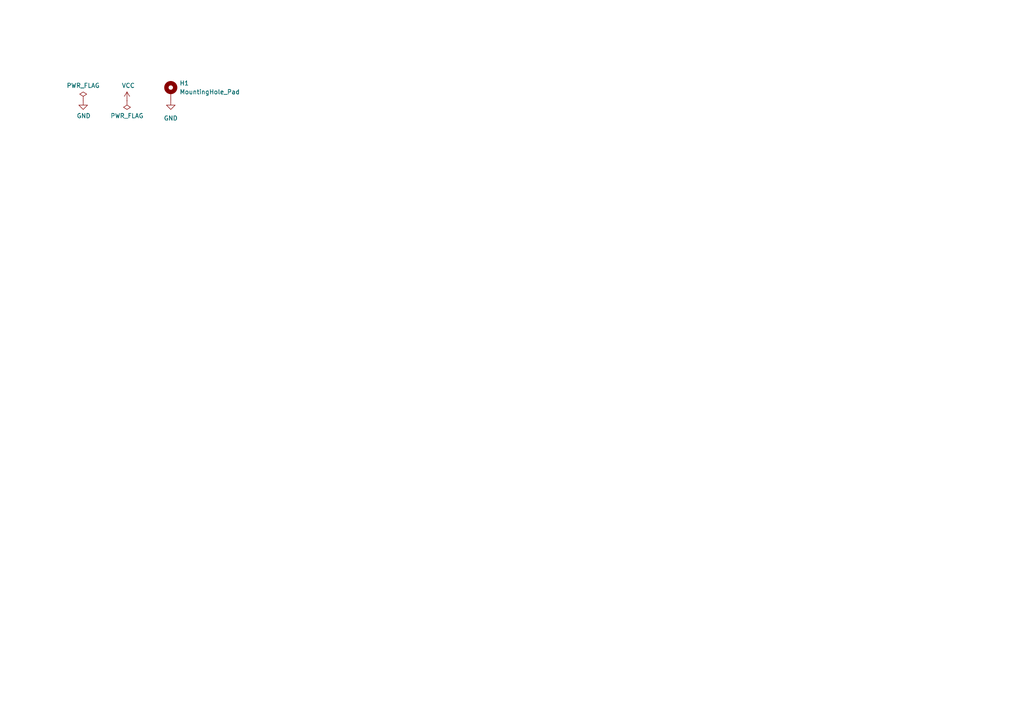
<source format=kicad_sch>
(kicad_sch (version 20211123) (generator eeschema)
  (paper "A4")
  (lib_symbols
    (symbol "Mechanical:MountingHole_Pad" (pin_numbers hide) (pin_names (offset 1.016) hide)
      (property "Reference" "H" (at 0 6.35 0))
      (property "Value" "MountingHole_Pad" (at 0 4.445 0))
      (symbol "MountingHole_Pad_0_1"
        (circle (center 0 1.27) (radius 1.27) (stroke (width 1.27)))
      )
      (symbol "MountingHole_Pad_1_1"
        (pin input line (at 0 -2.54 90) (length 2.54) (name "1") (number "1"))
      )
    )
    (symbol "power:GND" (power) (pin_names (offset 0))
      (property "Value" "GND" (at 0 -3.81 0))
      (symbol "GND_0_1"
        (polyline (pts (xy 0 0) (xy 0 -1.27) (xy 1.27 -1.27) (xy 0 -2.54) (xy -1.27 -1.27) (xy 0 -1.27)))
      )
      (symbol "GND_1_1"
        (pin power_in line (at 0 0 270) (length 0) hide (name "GND") (number "1"))
      )
    )
    (symbol "power:PWR_FLAG" (power) (pin_numbers hide) (pin_names (offset 0) hide)
      (property "Value" "PWR_FLAG" (at 0 3.81 0))
      (symbol "PWR_FLAG_0_0"
        (pin power_out line (at 0 0 90) (length 0) (name "pwr") (number "1"))
      )
      (symbol "PWR_FLAG_0_1"
        (polyline (pts (xy 0 0) (xy 0 1.27) (xy -1.016 1.905) (xy 0 2.54) (xy 1.016 1.905) (xy 0 1.27)))
      )
    )
    (symbol "power:VCC" (power) (pin_names (offset 0))
      (property "Value" "VCC" (at 0 3.81 0))
      (symbol "VCC_0_1"
        (polyline (pts (xy -0.762 1.27) (xy 0 2.54)))
        (polyline (pts (xy 0 0) (xy 0 2.54)))
        (polyline (pts (xy 0 2.54) (xy 0.762 1.27)))
      )
      (symbol "VCC_1_1"
        (pin power_in line (at 0 0 90) (length 0) hide (name "VCC") (number "1"))
      )
    )
  )
  (symbol (lib_id "power:VCC") (at 36.83 29.21 0) (unit 1)
    (property "Reference" "#PWR02" (effects hide))
    (property "Value" "VCC" (at 37.211 24.8158 0))
  )
  (symbol (lib_id "power:GND") (at 49.53 29.21 0) (unit 1)
    (property "Reference" "#PWR03" (effects hide))
    (property "Value" "GND" (at 49.53 34.29 0))
  )
  (symbol (lib_id "power:PWR_FLAG") (at 24.13 29.21 0) (unit 1)
    (property "Reference" "#FLG01" (effects hide))
    (property "Value" "PWR_FLAG" (at 24.13 24.8158 0))
  )
  (symbol (lib_id "power:GND") (at 24.13 29.21 0) (unit 1)
    (property "Reference" "#PWR01" (effects hide))
    (property "Value" "GND" (at 24.257 33.6042 0))
  )
  (symbol (lib_id "power:PWR_FLAG") (at 36.83 29.21 180) (unit 1)
    (property "Reference" "#FLG02" (effects hide))
    (property "Value" "PWR_FLAG" (at 36.83 33.6042 0))
  )
  (symbol (lib_id "Mechanical:MountingHole_Pad") (at 49.53 26.67 0) (unit 1)
    (property "Reference" "H1" (at 52.07 24.1299 0) (effects (justify left)))
    (property "Value" "MountingHole_Pad" (at 52.07 26.6699 0) (effects (justify left)))
    (property "Footprint" "nowt_parts:MountingHole_2.2mm_M2_Pad_mods" (effects hide))
  )
)
</source>
